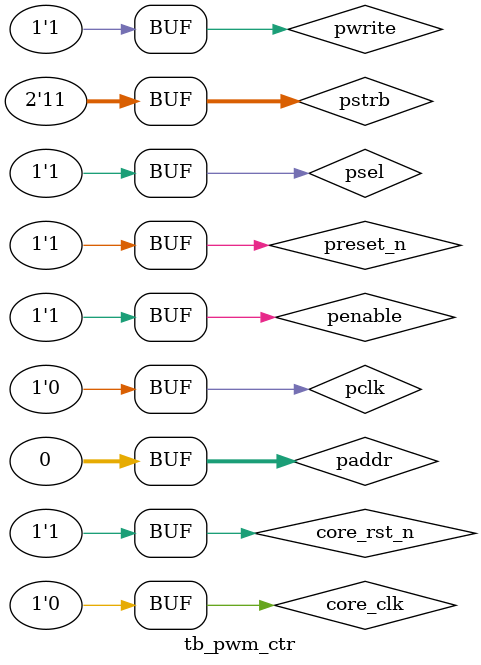
<source format=v>

`timescale 1ns/1ps 
`define ASYNC 1
  
 module tb_pwm_ctr ;

    


 
	



    reg                pclk      ;
    reg                preset_n  ;
    wire [31:0]        paddr     = 0;
    reg  [15:0]        pwdata    ;
    wire               pwrite    = 1;
    wire               psel      = 1;
    wire               penable   = 1;
    wire [1:0]         pstrb     = 3;
    wire [15:0]        prdata    ;
    wire               pready    ;
    wire               pslverr   ;

    reg                core_clk  ;
    reg                core_rst_n;
    wire               pwm_o     ;


	initial begin 
		pclk = 0;
		preset_n  = 0; 
		#100 
		preset_n = 1;
	end
	
	always 
	begin
		#8 
		pclk = 1;
		#8 
		pclk = 0;
	end 

	initial begin 
		core_clk = 0;
		core_rst_n  = 0; 
		#100 
		core_rst_n = 1;
	end
	
    
    // 2^16*4 = 262.144MhZ
	always 
	begin
		#1.907 
		core_clk = 1;
		#1.907 
		core_clk = 0;
	end 



    reg [15:0] data;


    
    always@(posedge pclk or negedge preset_n)  
    if (!preset_n)   pwdata = 0;
    else             pwdata = pwdata + 1;







    pwm_ctr pwm_ctr
	(
		 
		pclk        ,
		preset_n         ,
		paddr       ,
		pwdata      ,
		pwrite      ,
		psel        ,
		penable     ,
		pstrb       ,
		prdata      ,
		pready      ,
		pslverr     ,
        
        core_clk,
        core_rst_n,
        
        pwm_o



	);
    
    
    
    
    
endmodule


</source>
